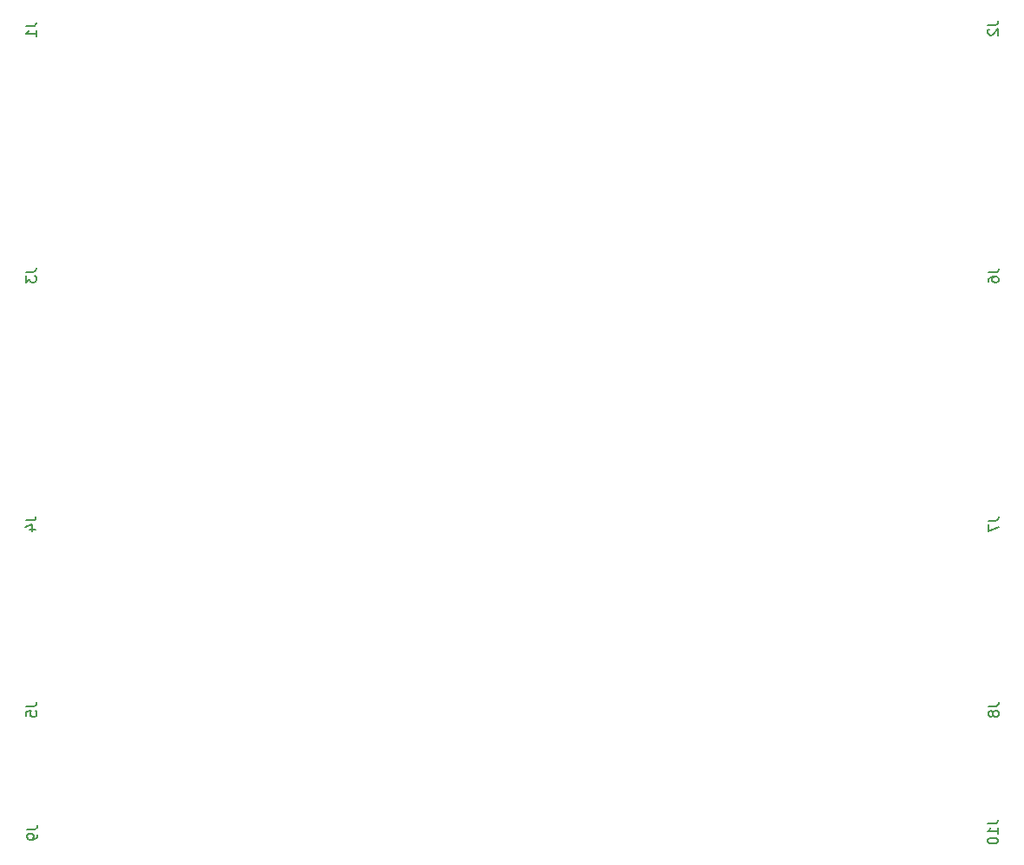
<source format=gbo>
G04 #@! TF.GenerationSoftware,KiCad,Pcbnew,5.1.6-c6e7f7d~86~ubuntu18.04.1*
G04 #@! TF.CreationDate,2020-05-31T00:28:00-04:00*
G04 #@! TF.ProjectId,microstrip_tests,6d696372-6f73-4747-9269-705f74657374,rev?*
G04 #@! TF.SameCoordinates,Original*
G04 #@! TF.FileFunction,Legend,Bot*
G04 #@! TF.FilePolarity,Positive*
%FSLAX46Y46*%
G04 Gerber Fmt 4.6, Leading zero omitted, Abs format (unit mm)*
G04 Created by KiCad (PCBNEW 5.1.6-c6e7f7d~86~ubuntu18.04.1) date 2020-05-31 00:28:00*
%MOMM*%
%LPD*%
G01*
G04 APERTURE LIST*
%ADD10C,0.150000*%
G04 APERTURE END LIST*
G04 #@! TO.C,J1*
D10*
X92452380Y-33466666D02*
X93166666Y-33466666D01*
X93309523Y-33419047D01*
X93404761Y-33323809D01*
X93452380Y-33180952D01*
X93452380Y-33085714D01*
X93452380Y-34466666D02*
X93452380Y-33895238D01*
X93452380Y-34180952D02*
X92452380Y-34180952D01*
X92595238Y-34085714D01*
X92690476Y-33990476D01*
X92738095Y-33895238D01*
G04 #@! TO.C,J2*
X186392380Y-33346666D02*
X187106666Y-33346666D01*
X187249523Y-33299047D01*
X187344761Y-33203809D01*
X187392380Y-33060952D01*
X187392380Y-32965714D01*
X186487619Y-33775238D02*
X186440000Y-33822857D01*
X186392380Y-33918095D01*
X186392380Y-34156190D01*
X186440000Y-34251428D01*
X186487619Y-34299047D01*
X186582857Y-34346666D01*
X186678095Y-34346666D01*
X186820952Y-34299047D01*
X187392380Y-33727619D01*
X187392380Y-34346666D01*
G04 #@! TO.C,J3*
X92442380Y-57486666D02*
X93156666Y-57486666D01*
X93299523Y-57439047D01*
X93394761Y-57343809D01*
X93442380Y-57200952D01*
X93442380Y-57105714D01*
X92442380Y-57867619D02*
X92442380Y-58486666D01*
X92823333Y-58153333D01*
X92823333Y-58296190D01*
X92870952Y-58391428D01*
X92918571Y-58439047D01*
X93013809Y-58486666D01*
X93251904Y-58486666D01*
X93347142Y-58439047D01*
X93394761Y-58391428D01*
X93442380Y-58296190D01*
X93442380Y-58010476D01*
X93394761Y-57915238D01*
X93347142Y-57867619D01*
G04 #@! TO.C,J4*
X92422380Y-81736666D02*
X93136666Y-81736666D01*
X93279523Y-81689047D01*
X93374761Y-81593809D01*
X93422380Y-81450952D01*
X93422380Y-81355714D01*
X92755714Y-82641428D02*
X93422380Y-82641428D01*
X92374761Y-82403333D02*
X93089047Y-82165238D01*
X93089047Y-82784285D01*
G04 #@! TO.C,J5*
X92492380Y-99916666D02*
X93206666Y-99916666D01*
X93349523Y-99869047D01*
X93444761Y-99773809D01*
X93492380Y-99630952D01*
X93492380Y-99535714D01*
X92492380Y-100869047D02*
X92492380Y-100392857D01*
X92968571Y-100345238D01*
X92920952Y-100392857D01*
X92873333Y-100488095D01*
X92873333Y-100726190D01*
X92920952Y-100821428D01*
X92968571Y-100869047D01*
X93063809Y-100916666D01*
X93301904Y-100916666D01*
X93397142Y-100869047D01*
X93444761Y-100821428D01*
X93492380Y-100726190D01*
X93492380Y-100488095D01*
X93444761Y-100392857D01*
X93397142Y-100345238D01*
G04 #@! TO.C,J6*
X186432380Y-57516666D02*
X187146666Y-57516666D01*
X187289523Y-57469047D01*
X187384761Y-57373809D01*
X187432380Y-57230952D01*
X187432380Y-57135714D01*
X186432380Y-58421428D02*
X186432380Y-58230952D01*
X186480000Y-58135714D01*
X186527619Y-58088095D01*
X186670476Y-57992857D01*
X186860952Y-57945238D01*
X187241904Y-57945238D01*
X187337142Y-57992857D01*
X187384761Y-58040476D01*
X187432380Y-58135714D01*
X187432380Y-58326190D01*
X187384761Y-58421428D01*
X187337142Y-58469047D01*
X187241904Y-58516666D01*
X187003809Y-58516666D01*
X186908571Y-58469047D01*
X186860952Y-58421428D01*
X186813333Y-58326190D01*
X186813333Y-58135714D01*
X186860952Y-58040476D01*
X186908571Y-57992857D01*
X187003809Y-57945238D01*
G04 #@! TO.C,J7*
X186442380Y-81766666D02*
X187156666Y-81766666D01*
X187299523Y-81719047D01*
X187394761Y-81623809D01*
X187442380Y-81480952D01*
X187442380Y-81385714D01*
X186442380Y-82147619D02*
X186442380Y-82814285D01*
X187442380Y-82385714D01*
G04 #@! TO.C,J8*
X186452380Y-99916666D02*
X187166666Y-99916666D01*
X187309523Y-99869047D01*
X187404761Y-99773809D01*
X187452380Y-99630952D01*
X187452380Y-99535714D01*
X186880952Y-100535714D02*
X186833333Y-100440476D01*
X186785714Y-100392857D01*
X186690476Y-100345238D01*
X186642857Y-100345238D01*
X186547619Y-100392857D01*
X186500000Y-100440476D01*
X186452380Y-100535714D01*
X186452380Y-100726190D01*
X186500000Y-100821428D01*
X186547619Y-100869047D01*
X186642857Y-100916666D01*
X186690476Y-100916666D01*
X186785714Y-100869047D01*
X186833333Y-100821428D01*
X186880952Y-100726190D01*
X186880952Y-100535714D01*
X186928571Y-100440476D01*
X186976190Y-100392857D01*
X187071428Y-100345238D01*
X187261904Y-100345238D01*
X187357142Y-100392857D01*
X187404761Y-100440476D01*
X187452380Y-100535714D01*
X187452380Y-100726190D01*
X187404761Y-100821428D01*
X187357142Y-100869047D01*
X187261904Y-100916666D01*
X187071428Y-100916666D01*
X186976190Y-100869047D01*
X186928571Y-100821428D01*
X186880952Y-100726190D01*
G04 #@! TO.C,J9*
X92572380Y-111916666D02*
X93286666Y-111916666D01*
X93429523Y-111869047D01*
X93524761Y-111773809D01*
X93572380Y-111630952D01*
X93572380Y-111535714D01*
X93572380Y-112440476D02*
X93572380Y-112630952D01*
X93524761Y-112726190D01*
X93477142Y-112773809D01*
X93334285Y-112869047D01*
X93143809Y-112916666D01*
X92762857Y-112916666D01*
X92667619Y-112869047D01*
X92620000Y-112821428D01*
X92572380Y-112726190D01*
X92572380Y-112535714D01*
X92620000Y-112440476D01*
X92667619Y-112392857D01*
X92762857Y-112345238D01*
X93000952Y-112345238D01*
X93096190Y-112392857D01*
X93143809Y-112440476D01*
X93191428Y-112535714D01*
X93191428Y-112726190D01*
X93143809Y-112821428D01*
X93096190Y-112869047D01*
X93000952Y-112916666D01*
G04 #@! TO.C,J10*
X186352380Y-111370476D02*
X187066666Y-111370476D01*
X187209523Y-111322857D01*
X187304761Y-111227619D01*
X187352380Y-111084761D01*
X187352380Y-110989523D01*
X187352380Y-112370476D02*
X187352380Y-111799047D01*
X187352380Y-112084761D02*
X186352380Y-112084761D01*
X186495238Y-111989523D01*
X186590476Y-111894285D01*
X186638095Y-111799047D01*
X186352380Y-112989523D02*
X186352380Y-113084761D01*
X186400000Y-113180000D01*
X186447619Y-113227619D01*
X186542857Y-113275238D01*
X186733333Y-113322857D01*
X186971428Y-113322857D01*
X187161904Y-113275238D01*
X187257142Y-113227619D01*
X187304761Y-113180000D01*
X187352380Y-113084761D01*
X187352380Y-112989523D01*
X187304761Y-112894285D01*
X187257142Y-112846666D01*
X187161904Y-112799047D01*
X186971428Y-112751428D01*
X186733333Y-112751428D01*
X186542857Y-112799047D01*
X186447619Y-112846666D01*
X186400000Y-112894285D01*
X186352380Y-112989523D01*
G04 #@! TD*
M02*

</source>
